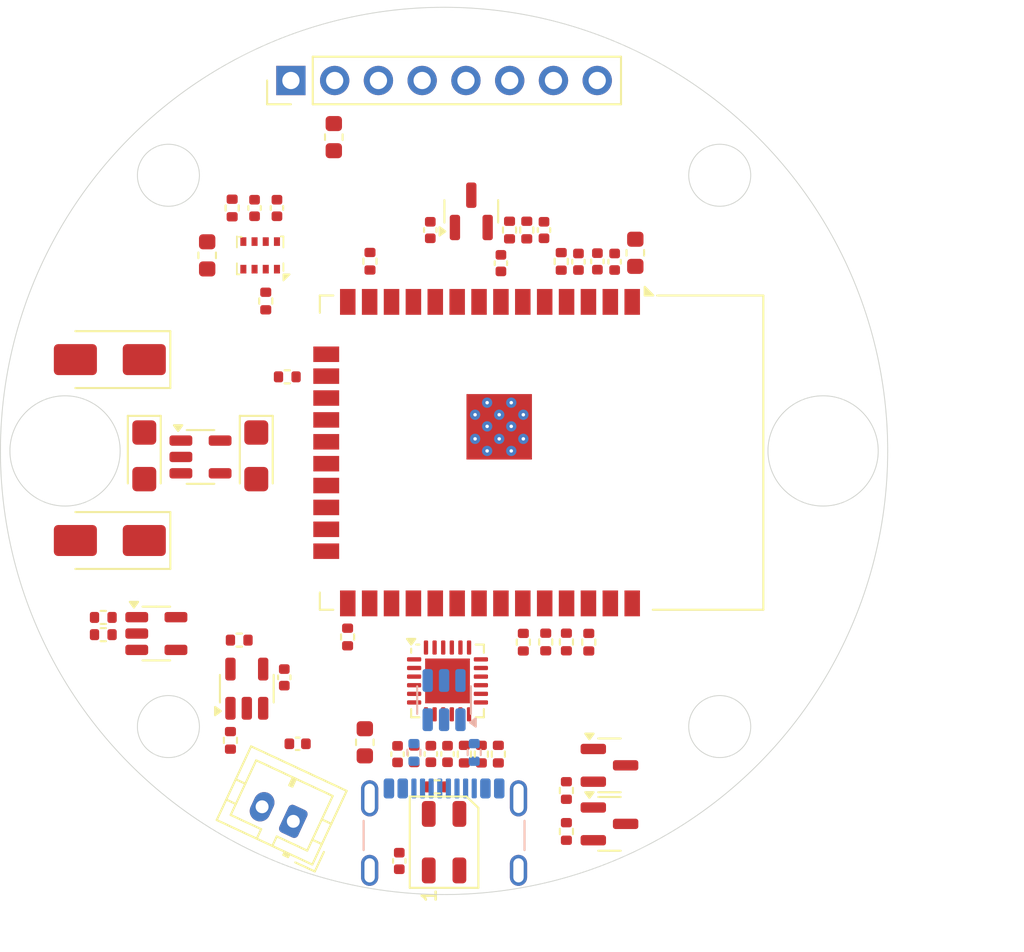
<source format=kicad_pcb>
(kicad_pcb (version 20241229) (generator "pcbnew") (generator_version "9.0")
  (layers (0 "F.Cu" signal) (2 "B.Cu" signal) (13 "F.Paste" user) (15 "B.Paste" user) (5 "F.SilkS" user "F.Silkscreen") (7 "B.SilkS" user "B.Silkscreen") (1 "F.Mask" user) (3 "B.Mask" user) (25 "Edge.Cuts" user))
  (net 0 "")
  (net 1 "/CHIP_PU")
  (net 2 "GND")
  (net 3 "+3V3")
  (net 4 "Net-(U2-VDD)")
  (net 5 "VCC_3V3")
  (net 6 "+5VP")
  (net 7 "/VIO")
  (net 8 "+3.3V")
  (net 9 "Net-(D2-K)")
  (net 10 "BAT+")
  (net 11 "/VB_MEAS")
  (net 12 "Net-(D1-DIN)")
  (net 14 "Net-(J1-Pin_2)")
  (net 15 "Net-(FB4-Pad2)")
  (net 16 "/TFT_CLK")
  (net 17 "/TFT_RST")
  (net 18 "/TFT_MOSI")
  (net 19 "/TFT_DC")
  (net 20 "/TFT_CS")
  (net 21 "Net-(J5-CC2)")
  (net 22 "/USB_N-")
  (net 24 "Net-(J5-CC1)")
  (net 25 "/USB_P+")
  (net 31 "Net-(Q1-B)")
  (net 32 "/RTS")
  (net 33 "/GPIO0")
  (net 34 "Net-(Q2-B)")
  (net 35 "/DTR")
  (net 36 "Net-(U2-SDO)")
  (net 37 "/SCL")
  (net 38 "/SDA")
  (net 39 "Net-(U2-CSB)")
  (net 40 "Net-(U5-~{RESET})")
  (net 41 "Net-(U6-~{RST})")
  (net 42 "Net-(U6-VBUS)")
  (net 43 "Net-(U1-IO14)")
  (net 44 "Net-(U3-PROG)")
  (net 45 "/CHG_STS")
  (net 46 "Net-(U1-IO13)")
  (net 47 "Net-(U4-+)")
  (net 48 "/ESP_RX")
  (net 49 "/CP_TX")
  (net 50 "/CP_RX")
  (net 51 "/ESP_TX")
  (net 52 "/RGB")
  (net 74 "/USB_D+")
  (net 75 "/USB_D-")
  (footprint "Resistor_SMD:R_0402_1005Metric" (layer "F.Cu") (at 101.176667 117.6 -90)
    (property "Reference" "R250")
    (property "Value" "4.7kR")
    (pad "1" smd roundrect (at -0.51 0 270) (size 0.54 0.64) (layers "F.Cu" "F.Mask" "F.Paste") (net 6 "+5VP"))
    (pad "2" smd roundrect (at 0.51 0 270) (size 0.54 0.64) (layers "F.Cu" "F.Mask" "F.Paste") (net 42 "Net-(U6-VBUS)"))
  )
  (footprint "Capacitor_SMD:C_0402_1005Metric" (layer "F.Cu") (at 89 85.9 90)
    (property "Reference" "C3")
    (property "Value" "10uF")
    (pad "1" smd roundrect (at -0.48 0 90) (size 0.56 0.62) (layers "F.Cu" "F.Mask" "F.Paste") (net 4 "Net-(U2-VDD)"))
    (pad "2" smd roundrect (at 0.48 0 90) (size 0.56 0.62) (layers "F.Cu" "F.Mask" "F.Paste") (net 2 "GND"))
  )
  (footprint "Diode_SMD:D_SMA" (layer "F.Cu") (at 80.6 105.2 180)
    (property "Reference" "D3")
    (property "Value" "SS210")
    (pad "1" smd roundrect (at -2 0 180) (size 2.5 1.8) (layers "F.Cu" "F.Mask" "F.Paste") (roundrect_rratio 0.1388888889) (net 9 "Net-(D2-K)"))
    (pad "2" smd roundrect (at 2 0 180) (size 2.5 1.8) (layers "F.Cu" "F.Mask" "F.Paste") (roundrect_rratio 0.1388888889) (net 10 "BAT+"))
  )
  (footprint "Capacitor_SMD:C_0402_1005Metric" (layer "F.Cu") (at 108.9 89 90)
    (property "Reference" "C20")
    (property "Value" "10uF")
    (pad "1" smd roundrect (at -0.48 0 90) (size 0.56 0.62) (layers "F.Cu" "F.Mask" "F.Paste") (net 5 "VCC_3V3"))
    (pad "2" smd roundrect (at 0.48 0 90) (size 0.56 0.62) (layers "F.Cu" "F.Mask" "F.Paste") (net 2 "GND"))
  )
  (footprint "Inductor_SMD:L_0603_1608Metric" (layer "F.Cu") (at 111.1 88.5 90)
    (property "Reference" "FB2")
    (property "Value" "BLM18KG121TN1D")
    (pad "1" smd roundrect (at -0.7875 0 90) (size 0.875 0.95) (layers "F.Cu" "F.Mask" "F.Paste") (net 5 "VCC_3V3"))
    (pad "2" smd roundrect (at 0.7875 0 90) (size 0.875 0.95) (layers "F.Cu" "F.Mask" "F.Paste") (net 8 "+3.3V"))
  )
  (footprint "Resistor_SMD:R_0402_1005Metric" (layer "F.Cu") (at 94.4 110.8 90)
    (property "Reference" "R1")
    (property "Value" "10KR")
    (pad "1" smd roundrect (at -0.51 0 90) (size 0.54 0.64) (layers "F.Cu" "F.Mask" "F.Paste") (net 5 "VCC_3V3"))
    (pad "2" smd roundrect (at 0.51 0 90) (size 0.54 0.64) (layers "F.Cu" "F.Mask" "F.Paste") (net 33 "/GPIO0"))
  )
  (footprint "Resistor_SMD:R_0402_1005Metric" (layer "F.Cu") (at 103.15 117.6 90)
    (property "Reference" "R8")
    (property "Value" "10KR")
    (pad "1" smd roundrect (at -0.51 0 90) (size 0.54 0.64) (layers "F.Cu" "F.Mask" "F.Paste") (net 7 "/VIO"))
    (pad "2" smd roundrect (at 0.51 0 90) (size 0.54 0.64) (layers "F.Cu" "F.Mask" "F.Paste") (net 41 "Net-(U6-~{RST})"))
  )
  (footprint "Resistor_SMD:R_0402_1005Metric" (layer "F.Cu") (at 107.1 111.09 -90)
    (property "Reference" "R17")
    (property "Value" "100R")
    (pad "1" smd roundrect (at -0.51 0 270) (size 0.54 0.64) (layers "F.Cu" "F.Mask" "F.Paste") (net 51 "/ESP_TX"))
    (pad "2" smd roundrect (at 0.51 0 270) (size 0.54 0.64) (layers "F.Cu" "F.Mask" "F.Paste") (net 50 "/CP_RX"))
  )
  (footprint "Resistor_SMD:R_0402_1005Metric" (layer "F.Cu") (at 105.9 111.09 -90)
    (property "Reference" "R15")
    (property "Value" "100R")
    (pad "1" smd roundrect (at -0.51 0 270) (size 0.54 0.64) (layers "F.Cu" "F.Mask" "F.Paste") (net 48 "/ESP_RX"))
    (pad "2" smd roundrect (at 0.51 0 270) (size 0.54 0.64) (layers "F.Cu" "F.Mask" "F.Paste") (net 49 "/CP_TX"))
  )
  (footprint "Inductor_SMD:L_0603_1608Metric" (layer "F.Cu") (at 95.4 116.9125 90)
    (property "Reference" "FB4")
    (property "Value" "BLM18KG121TN1D")
    (pad "1" smd roundrect (at -0.7875 0 90) (size 0.875 0.95) (layers "F.Cu" "F.Mask" "F.Paste") (net 6 "+5VP"))
    (pad "2" smd roundrect (at 0.7875 0 90) (size 0.875 0.95) (layers "F.Cu" "F.Mask" "F.Paste") (net 15 "Net-(FB4-Pad2)"))
  )
  (footprint "Capacitor_SMD:C_0402_1005Metric" (layer "F.Cu") (at 103.3 89.1 90)
    (property "Reference" "C22")
    (property "Value" "100nF")
    (pad "1" smd roundrect (at -0.48 0 90) (size 0.56 0.62) (layers "F.Cu" "F.Mask" "F.Paste") (net 11 "/VB_MEAS"))
    (pad "2" smd roundrect (at 0.48 0 90) (size 0.56 0.62) (layers "F.Cu" "F.Mask" "F.Paste") (net 2 "GND"))
  )
  (footprint "Package_TO_SOT_SMD:SOT-23" (layer "F.Cu") (at 109.6 121.6475)
    (property "Reference" "Q2")
    (property "Value" "BC817")
    (pad "1" smd roundrect (at -0.9375 -0.95) (size 1.475 0.6) (layers "F.Cu" "F.Mask" "F.Paste") (net 34 "Net-(Q2-B)"))
    (pad "2" smd roundrect (at -0.9375 0.95) (size 1.475 0.6) (layers "F.Cu" "F.Mask" "F.Paste") (net 35 "/DTR"))
    (pad "3" smd roundrect (at 0.9375 0) (size 1.475 0.6) (layers "F.Cu" "F.Mask" "F.Paste") (net 33 "/GPIO0"))
  )
  (footprint "Diode_SMD:D_SMA" (layer "F.Cu") (at 80.6 94.7 180)
    (property "Reference" "D2")
    (property "Value" "SS210")
    (pad "1" smd roundrect (at -2 0 180) (size 2.5 1.8) (layers "F.Cu" "F.Mask" "F.Paste") (roundrect_rratio 0.1388888889) (net 9 "Net-(D2-K)"))
    (pad "2" smd roundrect (at 2 0 180) (size 2.5 1.8) (layers "F.Cu" "F.Mask" "F.Paste") (roundrect_rratio 0.1388888889) (net 6 "+5VP"))
  )
  (footprint "Resistor_SMD:R_0402_1005Metric" (layer "F.Cu") (at 104.8 87.18 90)
    (property "Reference" "R6")
    (property "Value" "10KR")
    (pad "1" smd roundrect (at -0.51 0 90) (size 0.54 0.64) (layers "F.Cu" "F.Mask" "F.Paste") (net 1 "/CHIP_PU"))
    (pad "2" smd roundrect (at 0.51 0 90) (size 0.54 0.64) (layers "F.Cu" "F.Mask" "F.Paste") (net 40 "Net-(U5-~{RESET})"))
  )
  (footprint "Resistor_SMD:R_0402_1005Metric" (layer "F.Cu") (at 80.22 109.665 180)
    (property "Reference" "R14")
    (property "Value" "47KR")
    (pad "1" smd roundrect (at -0.51 0 180) (size 0.54 0.64) (layers "F.Cu" "F.Mask" "F.Paste") (net 47 "Net-(U4-+)"))
    (pad "2" smd roundrect (at 0.51 0 180) (size 0.54 0.64) (layers "F.Cu" "F.Mask" "F.Paste") (net 10 "BAT+"))
  )
  (footprint "Inductor_SMD:L_0603_1608Metric" (layer "F.Cu") (at 86.25 88.65 -90)
    (property "Reference" "FB1")
    (property "Value" "BLM18KG121TN1D")
    (pad "1" smd roundrect (at -0.7875 0 270) (size 0.875 0.95) (layers "F.Cu" "F.Mask" "F.Paste") (net 4 "Net-(U2-VDD)"))
    (pad "2" smd roundrect (at 0.7875 0 270) (size 0.875 0.95) (layers "F.Cu" "F.Mask" "F.Paste") (net 8 "+3.3V"))
  )
  (footprint "Package_TO_SOT_SMD:SOT-23" (layer "F.Cu") (at 109.6 118.25)
    (property "Reference" "Q1")
    (property "Value" "BC817")
    (pad "1" smd roundrect (at -0.9375 -0.95) (size 1.475 0.6) (layers "F.Cu" "F.Mask" "F.Paste") (net 31 "Net-(Q1-B)"))
    (pad "2" smd roundrect (at -0.9375 0.95) (size 1.475 0.6) (layers "F.Cu" "F.Mask" "F.Paste") (net 32 "/RTS"))
    (pad "3" smd roundrect (at 0.9375 0) (size 1.475 0.6) (layers "F.Cu" "F.Mask" "F.Paste") (net 1 "/CHIP_PU"))
  )
  (footprint "Package_TO_SOT_SMD:SOT-23-5" (layer "F.Cu") (at 83.3 110.6)
    (property "Reference" "U4")
    (property "Value" "LMV321")
    (pad "1" smd roundrect (at -1.1375 -0.95) (size 1.325 0.6) (layers "F.Cu" "F.Mask" "F.Paste") (net 47 "Net-(U4-+)"))
    (pad "2" smd roundrect (at -1.1375 0) (size 1.325 0.6) (layers "F.Cu" "F.Mask" "F.Paste") (net 2 "GND"))
    (pad "3" smd roundrect (at -1.1375 0.95) (size 1.325 0.6) (layers "F.Cu" "F.Mask" "F.Paste") (net 11 "/VB_MEAS"))
    (pad "4" smd roundrect (at 1.1375 0.95) (size 1.325 0.6) (layers "F.Cu" "F.Mask" "F.Paste") (net 11 "/VB_MEAS"))
    (pad "5" smd roundrect (at 1.1375 -0.95) (size 1.325 0.6) (layers "F.Cu" "F.Mask" "F.Paste") (net 3 "+3V3"))
  )
  (footprint "LED_SMD:LED_WS2812B-Mini_PLCC4_3.5x3.5mm" (layer "F.Cu") (at 100 122.71 90)
    (property "Reference" "D1")
    (property "Value" "WS2812B")
    (fp_text user "1" (at -3.1 -0.85 90) (layer "F.SilkS") (effects (font (size 0.8 0.8))))
    (pad "1" smd roundrect (at -1.64 -0.89 90) (size 1.5 0.8) (layers "F.Cu" "F.Mask" "F.Paste") (net 3 "+3V3"))
    (pad "2" smd roundrect (at -1.64 0.89 90) (size 1.5 0.8) (layers "F.Cu" "F.Mask" "F.Paste"))
    (pad "3" smd roundrect (at 1.64 0.89 90) (size 1.5 0.8) (layers "F.Cu" "F.Mask" "F.Paste") (net 2 "GND"))
    (pad "4" smd roundrect (at 1.64 -0.89 90) (size 1.5 0.8) (layers "F.Cu" "F.Mask" "F.Paste") (net 12 "Net-(D1-DIN)"))
  )
  (footprint "Capacitor_SMD:C_0402_1005Metric" (layer "F.Cu") (at 90.725 113.1425 -90)
    (property "Reference" "C15")
    (property "Value" "10uF")
    (pad "1" smd roundrect (at -0.48 0 270) (size 0.56 0.62) (layers "F.Cu" "F.Mask" "F.Paste") (net 6 "+5VP"))
    (pad "2" smd roundrect (at 0.48 0 270) (size 0.56 0.62) (layers "F.Cu" "F.Mask" "F.Paste") (net 2 "GND"))
  )
  (footprint "Capacitor_Tantalum_SMD:CP_EIA-3216-18_Kemet-A" (layer "F.Cu") (at 82.6 100.285 -90)
    (property "Reference" "C12")
    (property "Value" "47uF")
    (pad "1" smd roundrect (at -1.3525 0 270) (size 1.415 1.39) (layers "F.Cu" "F.Mask" "F.Paste") (roundrect_rratio 0.179856) (net 9 "Net-(D2-K)"))
    (pad "2" smd roundrect (at 1.3525 0 270) (size 1.415 1.39) (layers "F.Cu" "F.Mask" "F.Paste") (roundrect_rratio 0.179856) (net 2 "GND"))
  )
  (footprint "Resistor_SMD:R_0402_1005Metric" (layer "F.Cu") (at 87.6 116.8 -90)
    (property "Reference" "R12")
    (property "Value" "100KR")
    (pad "1" smd roundrect (at -0.51 0 270) (size 0.54 0.64) (layers "F.Cu" "F.Mask" "F.Paste") (net 45 "/CHG_STS"))
    (pad "2" smd roundrect (at 0.51 0 270) (size 0.54 0.64) (layers "F.Cu" "F.Mask" "F.Paste") (net 8 "+3.3V"))
  )
  (footprint "Resistor_SMD:R_0402_1005Metric" (layer "F.Cu") (at 102.163333 117.6 -90)
    (property "Reference" "R9")
    (property "Value" "10KR")
    (pad "1" smd roundrect (at -0.51 0 270) (size 0.54 0.64) (layers "F.Cu" "F.Mask" "F.Paste") (net 42 "Net-(U6-VBUS)"))
    (pad "2" smd roundrect (at 0.51 0 270) (size 0.54 0.64) (layers "F.Cu" "F.Mask" "F.Paste") (net 2 "GND"))
  )
  (footprint "Capacitor_SMD:C_0402_1005Metric" (layer "F.Cu") (at 98.266667 117.6 -90)
    (property "Reference" "C10")
    (property "Value" "100nF")
    (pad "1" smd roundrect (at -0.48 0 270) (size 0.56 0.62) (layers "F.Cu" "F.Mask" "F.Paste") (net 7 "/VIO"))
    (pad "2" smd roundrect (at 0.48 0 270) (size 0.56 0.62) (layers "F.Cu" "F.Mask" "F.Paste") (net 2 "GND"))
  )
  (footprint "Package_TO_SOT_SMD:SOT-23" (layer "F.Cu") (at 101.58 86.095 90)
    (property "Reference" "U5")
    (property "Value" "LM809")
    (pad "1" smd roundrect (at -0.9375 -0.95 90) (size 1.475 0.6) (layers "F.Cu" "F.Mask" "F.Paste") (net 2 "GND"))
    (pad "2" smd roundrect (at -0.9375 0.95 90) (size 1.475 0.6) (layers "F.Cu" "F.Mask" "F.Paste") (net 40 "Net-(U5-~{RESET})"))
    (pad "3" smd roundrect (at 0.9375 0 90) (size 1.475 0.6) (layers "F.Cu" "F.Mask" "F.Paste") (net 5 "VCC_3V3"))
  )
  (footprint "Capacitor_SMD:C_0402_1005Metric" (layer "F.Cu") (at 100.2 117.59 -90)
    (property "Reference" "C8")
    (property "Value" "100nF")
    (pad "1" smd roundrect (at -0.48 0 270) (size 0.56 0.62) (layers "F.Cu" "F.Mask" "F.Paste") (net 6 "+5VP"))
    (pad "2" smd roundrect (at 0.48 0 270) (size 0.56 0.62) (layers "F.Cu" "F.Mask" "F.Paste") (net 2 "GND"))
  )
  (footprint "Capacitor_SMD:C_0402_1005Metric" (layer "F.Cu") (at 97.3 117.6 -90)
    (property "Reference" "C9")
    (property "Value" "10uF")
    (pad "1" smd roundrect (at -0.48 0 270) (size 0.56 0.62) (layers "F.Cu" "F.Mask" "F.Paste") (net 7 "/VIO"))
    (pad "2" smd roundrect (at 0.48 0 270) (size 0.56 0.62) (layers "F.Cu" "F.Mask" "F.Paste") (net 2 "GND"))
  )
  (footprint "Capacitor_Tantalum_SMD:CP_EIA-3216-18_Kemet-A" (layer "F.Cu") (at 89.1 100.285 -90)
    (property "Reference" "C11")
    (property "Value" "47uF")
    (pad "1" smd roundrect (at -1.3525 0 270) (size 1.415 1.39) (layers "F.Cu" "F.Mask" "F.Paste") (roundrect_rratio 0.179856) (net 8 "+3.3V"))
    (pad "2" smd roundrect (at 1.3525 0 270) (size 1.415 1.39) (layers "F.Cu" "F.Mask" "F.Paste") (roundrect_rratio 0.179856) (net 2 "GND"))
  )
  (footprint "RF_Module:ESP32-WROOM-32D" (layer "F.Cu") (at 102.67 100.1 -90)
    (property "Reference" "U1")
    (property "Value" "ESP32-WROOM-32E")
    (pad "1" smd rect (at -8.75 -8.25 270) (size 1.5 0.9) (layers "F.Cu" "F.Mask" "F.Paste") (net 2 "GND"))
    (pad "2" smd rect (at -8.75 -6.98 270) (size 1.5 0.9) (layers "F.Cu" "F.Mask" "F.Paste") (net 5 "VCC_3V3"))
    (pad "3" smd rect (at -8.75 -5.71 270) (size 1.5 0.9) (layers "F.Cu" "F.Mask" "F.Paste") (net 1 "/CHIP_PU"))
    (pad "4" smd rect (at -8.75 -4.44 270) (size 1.5 0.9) (layers "F.Cu" "F.Mask" "F.Paste"))
    (pad "5" smd rect (at -8.75 -3.17 270) (size 1.5 0.9) (layers "F.Cu" "F.Mask" "F.Paste"))
    (pad "6" smd rect (at -8.75 -1.9 270) (size 1.5 0.9) (layers "F.Cu" "F.Mask" "F.Paste") (net 45 "/CHG_STS"))
    (pad "7" smd rect (at -8.75 -0.63 270) (size 1.5 0.9) (layers "F.Cu" "F.Mask" "F.Paste") (net 11 "/VB_MEAS"))
    (pad "8" smd rect (at -8.75 0.64 270) (size 1.5 0.9) (layers "F.Cu" "F.Mask" "F.Paste"))
    (pad "9" smd rect (at -8.75 1.91 270) (size 1.5 0.9) (layers "F.Cu" "F.Mask" "F.Paste"))
    (pad "10" smd rect (at -8.75 3.18 270) (size 1.5 0.9) (layers "F.Cu" "F.Mask" "F.Paste"))
    (pad "11" smd rect (at -8.75 4.45 270) (size 1.5 0.9) (layers "F.Cu" "F.Mask" "F.Paste"))
    (pad "12" smd rect (at -8.75 5.72 270) (size 1.5 0.9) (layers "F.Cu" "F.Mask" "F.Paste"))
    (pad "13" smd rect (at -8.75 6.99 270) (size 1.5 0.9) (layers "F.Cu" "F.Mask" "F.Paste") (net 43 "Net-(U1-IO14)"))
    (pad "14" smd rect (at -8.75 8.26 270) (size 1.5 0.9) (layers "F.Cu" "F.Mask" "F.Paste"))
    (pad "15" smd rect (at -5.71 9.51) (size 1.5 0.9) (layers "F.Cu" "F.Mask" "F.Paste") (net 2 "GND"))
    (pad "16" smd rect (at -4.44 9.51) (size 1.5 0.9) (layers "F.Cu" "F.Mask" "F.Paste") (net 46 "Net-(U1-IO13)"))
    (pad "17" smd rect (at -3.17 9.51) (size 1.5 0.9) (layers "F.Cu" "F.Mask" "F.Paste"))
    (pad "18" smd rect (at -1.9 9.51) (size 1.5 0.9) (layers "F.Cu" "F.Mask" "F.Paste"))
    (pad "19" smd rect (at -0.63 9.51) (size 1.5 0.9) (layers "F.Cu" "F.Mask" "F.Paste"))
    (pad "20" smd rect (at 0.64 9.51) (size 1.5 0.9) (layers "F.Cu" "F.Mask" "F.Paste"))
    (pad "21" smd rect (at 1.91 9.51) (size 1.5 0.9) (layers "F.Cu" "F.Mask" "F.Paste"))
    (pad "22" smd rect (at 3.18 9.51) (size 1.5 0.9) (layers "F.Cu" "F.Mask" "F.Paste"))
    (pad "23" smd rect (at 4.45 9.51) (size 1.5 0.9) (layers "F.Cu" "F.Mask" "F.Paste"))
    (pad "24" smd rect (at 5.72 9.51) (size 1.5 0.9) (layers "F.Cu" "F.Mask" "F.Paste"))
    (pad "25" smd rect (at 8.75 8.26 270) (size 1.5 0.9) (layers "F.Cu" "F.Mask" "F.Paste") (net 33 "/GPIO0"))
    (pad "26" smd rect (at 8.75 6.99 270) (size 1.5 0.9) (layers "F.Cu" "F.Mask" "F.Paste") (net 17 "/TFT_RST"))
    (pad "27" smd rect (at 8.75 5.72 270) (size 1.5 0.9) (layers "F.Cu" "F.Mask" "F.Paste") (net 19 "/TFT_DC"))
    (pad "28" smd rect (at 8.75 4.45 270) (size 1.5 0.9) (layers "F.Cu" "F.Mask" "F.Paste"))
    (pad "29" smd rect (at 8.75 3.18 270) (size 1.5 0.9) (layers "F.Cu" "F.Mask" "F.Paste") (net 20 "/TFT_CS"))
    (pad "30" smd rect (at 8.75 1.91 270) (size 1.5 0.9) (layers "F.Cu" "F.Mask" "F.Paste") (net 16 "/TFT_CLK"))
    (pad "31" smd rect (at 8.75 0.64 270) (size 1.5 0.9) (layers "F.Cu" "F.Mask" "F.Paste") (net 52 "/RGB"))
    (pad "32" smd rect (at 8.75 -0.63 270) (size 1.5 0.9) (layers "F.Cu" "F.Mask" "F.Paste"))
    (pad "33" smd rect (at 8.75 -1.9 270) (size 1.5 0.9) (layers "F.Cu" "F.Mask" "F.Paste") (net 38 "/SDA"))
    (pad "34" smd rect (at 8.75 -3.17 270) (size 1.5 0.9) (layers "F.Cu" "F.Mask" "F.Paste") (net 48 "/ESP_RX"))
    (pad "35" smd rect (at 8.75 -4.44 270) (size 1.5 0.9) (layers "F.Cu" "F.Mask" "F.Paste") (net 51 "/ESP_TX"))
    (pad "36" smd rect (at 8.75 -5.71 270) (size 1.5 0.9) (layers "F.Cu" "F.Mask" "F.Paste") (net 37 "/SCL"))
    (pad "37" smd rect (at 8.75 -6.98 270) (size 1.5 0.9) (layers "F.Cu" "F.Mask" "F.Paste") (net 18 "/TFT_MOSI"))
    (pad "38" smd rect (at 8.75 -8.25 270) (size 1.5 0.9) (layers "F.Cu" "F.Mask" "F.Paste") (net 2 "GND"))
    (pad "39" smd rect (at -2.9 -1.93 270) (size 0.9 0.9) (layers "F.Cu" "F.Paste") (net 2 "GND"))
    (pad "39" thru_hole circle (at -2.9 -1.23 270) (size 0.6 0.6) (drill 0.2) (property pad_prop_heatsink) (layers "*.Cu" "F.Mask") (net 2 "GND"))
    (pad "39" smd rect (at -2.9 -0.53 270) (size 0.9 0.9) (layers "F.Cu" "F.Paste") (net 2 "GND"))
    (pad "39" thru_hole circle (at -2.9 0.17 270) (size 0.6 0.6) (drill 0.2) (property pad_prop_heatsink) (layers "*.Cu" "F.Mask") (net 2 "GND"))
    (pad "39" smd rect (at -2.9 0.87 270) (size 0.9 0.9) (layers "F.Cu" "F.Paste") (net 2 "GND"))
    (pad "39" thru_hole circle (at -2.2 -1.93 270) (size 0.6 0.6) (drill 0.2) (property pad_prop_heatsink) (layers "*.Cu" "F.Mask") (net 2 "GND"))
    (pad "39" thru_hole circle (at -2.2 -0.53 270) (size 0.6 0.6) (drill 0.2) (property pad_prop_heatsink) (layers "*.Cu" "F.Mask") (net 2 "GND"))
    (pad "39" thru_hole circle (at -2.2 0.87 270) (size 0.6 0.6) (drill 0.2) (property pad_prop_heatsink) (layers "*.Cu" "F.Mask") (net 2 "GND"))
    (pad "39" thru_hole circle (at -1.525 -1.23 270) (size 0.6 0.6) (drill 0.2) (property pad_prop_heatsink) (layers "*.Cu" "F.Mask") (net 2 "GND"))
    (pad "39" thru_hole circle (at -1.525 0.17 270) (size 0.6 0.6) (drill 0.2) (property pad_prop_heatsink) (layers "*.Cu" "F.Mask") (net 2 "GND"))
    (pad "39" smd rect (at -1.5 -1.93 270) (size 0.9 0.9) (layers "F.Cu" "F.Paste") (net 2 "GND"))
    (pad "39" smd rect (at -1.5 -0.53 270) (size 0.9 0.9) (layers "F.Cu" "F.Paste") (net 2 "GND"))
    (pad "39" smd rect (at -1.5 -0.53 270) (size 3.8 3.8) (property pad_prop_heatsink) (layers "F.Cu" "F.Mask") (net 2 "GND"))
    (pad "39" smd rect (at -1.5 0.87 270) (size 0.9 0.9) (layers "F.Cu" "F.Paste") (net 2 "GND"))
    (pad "39" thru_hole circle (at -0.8 -1.93 270) (size 0.6 0.6) (drill 0.2) (property pad_prop_heatsink) (layers "*.Cu" "F.Mask") (net 2 "GND"))
    (pad "39" thru_hole circle (at -0.8 -0.53 270) (size 0.6 0.6) (drill 0.2) (property pad_prop_heatsink) (layers "*.Cu" "F.Mask") (net 2 "GND"))
    (pad "39" thru_hole circle (at -0.8 0.87 270) (size 0.6 0.6) (drill 0.2) (property pad_prop_heatsink) (layers "*.Cu" "F.Mask") (net 2 "GND"))
    (pad "39" smd rect (at -0.1 -1.93 270) (size 0.9 0.9) (layers "F.Cu" "F.Paste") (net 2 "GND"))
    (pad "39" thru_hole circle (at -0.1 -1.23 270) (size 0.6 0.6) (drill 0.2) (property pad_prop_heatsink) (layers "*.Cu" "F.Mask") (net 2 "GND"))
    (pad "39" smd rect (at -0.1 -0.53 270) (size 0.9 0.9) (layers "F.Cu" "F.Paste") (net 2 "GND"))
    (pad "39" thru_hole circle (at -0.1 0.17 270) (size 0.6 0.6) (drill 0.2) (property pad_prop_heatsink) (layers "*.Cu" "F.Mask") (net 2 "GND"))
    (pad "39" smd rect (at -0.1 0.87 270) (size 0.9 0.9) (layers "F.Cu" "F.Paste") (net 2 "GND"))
  )
  (footprint "Package_TO_SOT_SMD:SOT-23-5" (layer "F.Cu") (at 85.8625 100.35)
    (property "Reference" "U7")
    (property "Value" "AP2112K-3.3")
    (pad "1" smd roundrect (at -1.1375 -0.95) (size 1.325 0.6) (layers "F.Cu" "F.Mask" "F.Paste") (net 9 "Net-(D2-K)"))
    (pad "2" smd roundrect (at -1.1375 0) (size 1.325 0.6) (layers "F.Cu" "F.Mask" "F.Paste") (net 2 "GND"))
    (pad "3" smd roundrect (at -1.1375 0.95) (size 1.325 0.6) (layers "F.Cu" "F.Mask" "F.Paste") (net 9 "Net-(D2-K)"))
    (pad "4" smd roundrect (at 1.1375 0.95) (size 1.325 0.6) (layers "F.Cu" "F.Mask" "F.Paste"))
    (pad "5" smd roundrect (at 1.1375 -0.95) (size 1.325 0.6) (layers "F.Cu" "F.Mask" "F.Paste") (net 8 "+3.3V"))
  )
  (footprint "Resistor_SMD:R_0402_1005Metric" (layer "F.Cu") (at 108.4 111.1 90)
    (property "Reference" "R3")
    (property "Value" "10KR")
    (pad "1" smd roundrect (at -0.51 0 90) (size 0.54 0.64) (layers "F.Cu" "F.Mask" "F.Paste") (net 4 "Net-(U2-VDD)"))
    (pad "2" smd roundrect (at 0.51 0 90) (size 0.54 0.64) (layers "F.Cu" "F.Mask" "F.Paste") (net 37 "/SCL"))
  )
  (footprint "Capacitor_SMD:C_0402_1005Metric" (layer "F.Cu") (at 90.3 85.9 90)
    (property "Reference" "C4")
    (property "Value" "100nF")
    (pad "1" smd roundrect (at -0.48 0 90) (size 0.56 0.62) (layers "F.Cu" "F.Mask" "F.Paste") (net 4 "Net-(U2-VDD)"))
    (pad "2" smd roundrect (at 0.48 0 90) (size 0.56 0.62) (layers "F.Cu" "F.Mask" "F.Paste") (net 2 "GND"))
  )
  (footprint "Resistor_SMD:R_0402_1005Metric" (layer "F.Cu") (at 104.6 111.1 90)
    (property "Reference" "R4")
    (property "Value" "10KR")
    (pad "1" smd roundrect (at -0.51 0 90) (size 0.54 0.64) (layers "F.Cu" "F.Mask" "F.Paste") (net 4 "Net-(U2-VDD)"))
    (pad "2" smd roundrect (at 0.51 0 90) (size 0.54 0.64) (layers "F.Cu" "F.Mask" "F.Paste") (net 38 "/SDA"))
  )
  (footprint "Resistor_SMD:R_0402_1005Metric" (layer "F.Cu") (at 90.9 95.7 180)
    (property "Reference" "R13")
    (property "Value" "10KR")
    (pad "1" smd roundrect (at -0.51 0 180) (size 0.54 0.64) (layers "F.Cu" "F.Mask" "F.Paste") (net 46 "Net-(U1-IO13)"))
    (pad "2" smd roundrect (at 0.51 0 180) (size 0.54 0.64) (layers "F.Cu" "F.Mask" "F.Paste") (net 2 "GND"))
  )
  (footprint "Connector_JST:JST_PH_B2B-PH-K_1x02_P2.00mm_Vertical" (layer "F.Cu") (at 91.25 121.5 155)
    (property "Reference" "J3")
    (property "Value" "S2B-PH-SM4-TB(LF)(SN)")
    (pad "1" thru_hole roundrect (at 0 0 155) (size 1.2 1.75) (drill 0.75) (layers "*.Cu" "*.Mask") (roundrect_rratio 0.208333) (net 2 "GND"))
    (pad "2" thru_hole oval (at 2 -0.000001 155) (size 1.2 1.75) (drill 0.75) (layers "*.Cu" "*.Mask") (net 10 "BAT+"))
  )
  (footprint "Inductor_SMD:L_0603_1608Metric" (layer "F.Cu") (at 93.6 81.7875 -90)
    (property "Reference" "FB3")
    (property "Value" "BLM18KG121TN1D")
    (pad "1" smd roundrect (at -0.7875 0 270) (size 0.875 0.95) (layers "F.Cu" "F.Mask" "F.Paste") (net 14 "Net-(J1-Pin_2)"))
    (pad "2" smd roundrect (at 0.7875 0 270) (size 0.875 0.95) (layers "F.Cu" "F.Mask" "F.Paste") (net 8 "+3.3V"))
  )
  (footprint "Capacitor_SMD:C_0402_1005Metric" (layer "F.Cu") (at 99.2 87.18 -90)
    (property "Reference" "C6")
    (property "Value" "100nF")
    (pad "1" smd roundrect (at -0.48 0 270) (size 0.56 0.62) (layers "F.Cu" "F.Mask" "F.Paste") (net 5 "VCC_3V3"))
    (pad "2" smd roundrect (at 0.48 0 270) (size 0.56 0.62) (layers "F.Cu" "F.Mask" "F.Paste") (net 2 "GND"))
  )
  (footprint "Resistor_SMD:R_0402_1005Metric" (layer "F.Cu") (at 89.65 91.3 90)
    (property "Reference" "R5")
    (property "Value" "10KR")
    (pad "1" smd roundrect (at -0.51 0 90) (size 0.54 0.64) (layers "F.Cu" "F.Mask" "F.Paste") (net 4 "Net-(U2-VDD)"))
    (pad "2" smd roundrect (at 0.51 0 90) (size 0.54 0.64) (layers "F.Cu" "F.Mask" "F.Paste") (net 39 "Net-(U2-CSB)"))
  )
  (footprint "Capacitor_SMD:C_0402_1005Metric" (layer "F.Cu") (at 97.4 123.8 90)
    (property "Reference" "C2")
    (property "Value" "100nF")
    (pad "1" smd roundrect (at -0.48 0 90) (size 0.56 0.62) (layers "F.Cu" "F.Mask" "F.Paste") (net 3 "+3V3"))
    (pad "2" smd roundrect (at 0.48 0 90) (size 0.56 0.62) (layers "F.Cu" "F.Mask" "F.Paste") (net 2 "GND"))
  )
  (footprint "Resistor_SMD:R_0402_1005Metric" (layer "F.Cu") (at 107.1 119.71 -90)
    (property "Reference" "R28")
    (property "Value" "10KR")
    (pad "1" smd roundrect (at -0.51 0 270) (size 0.54 0.64) (layers "F.Cu" "F.Mask" "F.Paste") (net 32 "/RTS"))
    (pad "2" smd roundrect (at 0.51 0 270) (size 0.54 0.64) (layers "F.Cu" "F.Mask" "F.Paste") (net 34 "Net-(Q2-B)"))
  )
  (footprint "Resistor_SMD:R_0402_1005Metric" (layer "F.Cu") (at 95.7 88.99 90)
    (property "Reference" "R10")
    (property "Value" "10KR")
    (pad "1" smd roundrect (at -0.51 0 90) (size 0.54 0.64) (layers "F.Cu" "F.Mask" "F.Paste") (net 43 "Net-(U1-IO14)"))
    (pad "2" smd roundrect (at 0.51 0 90) (size 0.54 0.64) (layers "F.Cu" "F.Mask" "F.Paste") (net 2 "GND"))
  )
  (footprint "Connector_PinHeader_2.54mm:PinHeader_1x08_P2.54mm_Vertical" (layer "F.Cu") (at 91.11 78.5 90)
    (property "Reference" "J1")
    (property "Value" "Conn_01x08")
    (pad "1" thru_hole rect (at 0 0 90) (size 1.7 1.7) (drill 1) (layers "*.Cu" "*.Mask") (net 2 "GND"))
    (pad "2" thru_hole circle (at 0 2.54 90) (size 1.7 1.7) (drill 1) (layers "*.Cu" "*.Mask") (net 14 "Net-(J1-Pin_2)"))
    (pad "3" thru_hole circle (at 0 5.08 90) (size 1.7 1.7) (drill 1) (layers "*.Cu" "*.Mask") (net 16 "/TFT_CLK"))
    (pad "4" thru_hole circle (at 0 7.62 90) (size 1.7 1.7) (drill 1) (layers "*.Cu" "*.Mask") (net 18 "/TFT_MOSI"))
    (pad "5" thru_hole circle (at 0 10.16 90) (size 1.7 1.7) (drill 1) (layers "*.Cu" "*.Mask") (net 17 "/TFT_RST"))
    (pad "6" thru_hole circle (at 0 12.7 90) (size 1.7 1.7) (drill 1) (layers "*.Cu" "*.Mask") (net 19 "/TFT_DC"))
    (pad "7" thru_hole circle (at 0 15.24 90) (size 1.7 1.7) (drill 1) (layers "*.Cu" "*.Mask") (net 20 "/TFT_CS"))
    (pad "8" thru_hole circle (at 0 17.78 90) (size 1.7 1.7) (drill 1) (layers "*.Cu" "*.Mask") (net 14 "Net-(J1-Pin_2)"))
  )
  (footprint "Resistor_SMD:R_0402_1005Metric" (layer "F.Cu") (at 103.8 87.18 -90)
    (property "Reference" "R7")
    (property "Value" "10KR")
    (pad "1" smd roundrect (at -0.51 0 270) (size 0.54 0.64) (layers "F.Cu" "F.Mask" "F.Paste") (net 40 "Net-(U5-~{RESET})"))
    (pad "2" smd roundrect (at 0.51 0 270) (size 0.54 0.64) (layers "F.Cu" "F.Mask" "F.Paste") (net 2 "GND"))
  )
  (footprint "Resistor_SMD:R_0402_1005Metric" (layer "F.Cu") (at 88.11 110.9825 180)
    (property "Reference" "R11")
    (property "Value" "2.2KR")
    (pad "1" smd roundrect (at -0.51 0 180) (size 0.54 0.64) (layers "F.Cu" "F.Mask" "F.Paste") (net 2 "GND"))
    (pad "2" smd roundrect (at 0.51 0 180) (size 0.54 0.64) (layers "F.Cu" "F.Mask" "F.Paste") (net 44 "Net-(U3-PROG)"))
  )
  (footprint "Package_DFN_QFN:QFN-24-1EP_4x4mm_P0.5mm_EP2.6x2.6mm" (layer "F.Cu") (at 100.2 113.35)
    (property "Reference" "U6")
    (property "Value" "CP2102N-Axx-xQFN24")
    (pad "1" smd roundrect (at -1.9375 -1.25) (size 0.825 0.25) (layers "F.Cu" "F.Mask" "F.Paste"))
    (pad "2" smd roundrect (at -1.9375 -0.75) (size 0.825 0.25) (layers "F.Cu" "F.Mask" "F.Paste") (net 2 "GND"))
    (pad "3" smd roundrect (at -1.9375 -0.25) (size 0.825 0.25) (layers "F.Cu" "F.Mask" "F.Paste") (net 74 "/USB_D+"))
    (pad "4" smd roundrect (at -1.9375 0.25) (size 0.825 0.25) (layers "F.Cu" "F.Mask" "F.Paste") (net 75 "/USB_D-"))
    (pad "5" smd roundrect (at -1.9375 0.75) (size 0.825 0.25) (layers "F.Cu" "F.Mask" "F.Paste") (net 7 "/VIO"))
    (pad "6" smd roundrect (at -1.9375 1.25) (size 0.825 0.25) (layers "F.Cu" "F.Mask" "F.Paste") (net 7 "/VIO"))
    (pad "7" smd roundrect (at -1.25 1.9375) (size 0.25 0.825) (layers "F.Cu" "F.Mask" "F.Paste") (net 6 "+5VP"))
    (pad "8" smd roundrect (at -0.75 1.9375) (size 0.25 0.825) (layers "F.Cu" "F.Mask" "F.Paste") (net 42 "Net-(U6-VBUS)"))
    (pad "9" smd roundrect (at -0.25 1.9375) (size 0.25 0.825) (layers "F.Cu" "F.Mask" "F.Paste") (net 41 "Net-(U6-~{RST})"))
    (pad "10" smd roundrect (at 0.25 1.9375) (size 0.25 0.825) (layers "F.Cu" "F.Mask" "F.Paste"))
    (pad "11" smd roundrect (at 0.75 1.9375) (size 0.25 0.825) (layers "F.Cu" "F.Mask" "F.Paste"))
    (pad "12" smd roundrect (at 1.25 1.9375) (size 0.25 0.825) (layers "F.Cu" "F.Mask" "F.Paste"))
    (pad "13" smd roundrect (at 1.9375 1.25) (size 0.825 0.25) (layers "F.Cu" "F.Mask" "F.Paste"))
    (pad "14" smd roundrect (at 1.9375 0.75) (size 0.825 0.25) (layers "F.Cu" "F.Mask" "F.Paste"))
    (pad "15" smd roundrect (at 1.9375 0.25) (size 0.825 0.25) (layers "F.Cu" "F.Mask" "F.Paste"))
    (pad "16" smd roundrect (at 1.9375 -0.25) (size 0.825 0.25) (layers "F.Cu" "F.Mask" "F.Paste"))
    (pad "17" smd roundrect (at 1.9375 -0.75) (size 0.825 0.25) (layers "F.Cu" "F.Mask" "F.Paste"))
    (pad "18" smd roundrect (at 1.9375 -1.25) (size 0.825 0.25) (layers "F.Cu" "F.Mask" "F.Paste"))
    (pad "19" smd roundrect (at 1.25 -1.9375) (size 0.25 0.825) (layers "F.Cu" "F.Mask" "F.Paste") (net 32 "/RTS"))
    (pad "20" smd roundrect (at 0.75 -1.9375) (size 0.25 0.825) (layers "F.Cu" "F.Mask" "F.Paste") (net 50 "/CP_RX"))
    (pad "21" smd roundrect (at 0.25 -1.9375) (size 0.25 0.825) (layers "F.Cu" "F.Mask" "F.Paste") (net 49 "/CP_TX"))
    (pad "22" smd roundrect (at -0.25 -1.9375) (size 0.25 0.825) (layers "F.Cu" "F.Mask" "F.Paste"))
    (pad "23" smd roundrect (at -0.75 -1.9375) (size 0.25 0.825) (layers "F.Cu" "F.Mask" "F.Paste") (net 35 "/DTR"))
    (pad "24" smd roundrect (at -1.25 -1.9375) (size 0.25 0.825) (layers "F.Cu" "F.Mask" "F.Paste"))
    (pad "25" smd rect (at 0 0) (size 2.6 2.6) (property pad_prop_heatsink) (layers "F.Cu" "F.Mask") (net 2 "GND"))
  )
  (footprint "Resistor_SMD:R_0402_1005Metric" (layer "F.Cu") (at 99.6 119.5)
    (property "Reference" "R26")
    (property "Value" "100R")
    (pad "1" smd roundrect (at -0.51 0) (size 0.54 0.64) (layers "F.Cu" "F.Mask" "F.Paste") (net 12 "Net-(D1-DIN)"))
    (pad "2" smd roundrect (at 0.51 0) (size 0.54 0.64) (layers "F.Cu" "F.Mask" "F.Paste") (net 52 "/RGB"))
  )
  (footprint "Resistor_SMD:R_0402_1005Metric" (layer "F.Cu") (at 87.7 85.9 90)
    (property "Reference" "R2")
    (property "Value" "10KR")
    (pad "1" smd roundrect (at -0.51 0 90) (size 0.54 0.64) (layers "F.Cu" "F.Mask" "F.Paste") (net 36 "Net-(U2-SDO)"))
    (pad "2" smd roundrect (at 0.51 0 90) (size 0.54 0.64) (layers "F.Cu" "F.Mask" "F.Paste") (net 2 "GND"))
  )
  (footprint "Resistor_SMD:R_0402_1005Metric" (layer "F.Cu") (at 107.1 122.0875 90)
    (property "Reference" "R27")
    (property "Value" "10KR")
    (pad "1" smd roundrect (at -0.51 0 90) (size 0.54 0.64) (layers "F.Cu" "F.Mask" "F.Paste") (net 35 "/DTR"))
    (pad "2" smd roundrect (at 0.51 0 90) (size 0.54 0.64) (layers "F.Cu" "F.Mask" "F.Paste") (net 31 "Net-(Q1-B)"))
  )
  (footprint "Package_TO_SOT_SMD:SOT-23-5" (layer "F.Cu") (at 88.55 113.8 90)
    (property "Reference" "U3")
    (property "Value" "TP4054")
    (pad "1" smd roundrect (at -1.1375 -0.95 90) (size 1.325 0.6) (layers "F.Cu" "F.Mask" "F.Paste") (net 45 "/CHG_STS"))
    (pad "2" smd roundrect (at -1.1375 0 90) (size 1.325 0.6) (layers "F.Cu" "F.Mask" "F.Paste") (net 2 "GND"))
    (pad "3" smd roundrect (at -1.1375 0.95 90) (size 1.325 0.6) (layers "F.Cu" "F.Mask" "F.Paste") (net 10 "BAT+"))
    (pad "4" smd roundrect (at 1.1375 0.95 90) (size 1.325 0.6) (layers "F.Cu" "F.Mask" "F.Paste") (net 6 "+5VP"))
    (pad "5" smd roundrect (at 1.1375 -0.95 90) (size 1.325 0.6) (layers "F.Cu" "F.Mask" "F.Paste") (net 44 "Net-(U3-PROG)"))
  )
  (footprint "Capacitor_SMD:C_0402_1005Metric" (layer "F.Cu") (at 109.9 89.02 90)
    (property "Reference" "C21")
    (property "Value" "100nF")
    (pad "1" smd roundrect (at -0.48 0 90) (size 0.56 0.62) (layers "F.Cu" "F.Mask" "F.Paste") (net 5 "VCC_3V3"))
    (pad "2" smd roundrect (at 0.48 0 90) (size 0.56 0.62) (layers "F.Cu" "F.Mask" "F.Paste") (net 2 "GND"))
  )
  (footprint "Capacitor_SMD:C_0402_1005Metric" (layer "F.Cu") (at 107.8 89.02 90)
    (property "Reference" "C1")
    (property "Value" "100nF")
    (pad "1" smd roundrect (at -0.48 0 90) (size 0.56 0.62) (layers "F.Cu" "F.Mask" "F.Paste") (net 1 "/CHIP_PU"))
    (pad "2" smd roundrect (at 0.48 0 90) (size 0.56 0.62) (layers "F.Cu" "F.Mask" "F.Paste") (net 2 "GND"))
  )
  (footprint "Resistor_SMD:R_0402_1005Metric" (layer "F.Cu") (at 106.8 89 -90)
    (property "Reference" "R25")
    (property "Value" "10KR")
    (pad "1" smd roundrect (at -0.51 0 270) (size 0.54 0.64) (layers "F.Cu" "F.Mask" "F.Paste") (net 5 "VCC_3V3"))
    (pad "2" smd roundrect (at 0.51 0 270) (size 0.54 0.64) (layers "F.Cu" "F.Mask" "F.Paste") (net 1 "/CHIP_PU"))
  )
  (footprint "Capacitor_SMD:C_0402_1005Metric" (layer "F.Cu") (at 105.8 87.18 90)
    (property "Reference" "C5")
    (property "Value" "100nF")
    (pad "1" smd roundrect (at -0.48 0 90) (size 0.56 0.62) (layers "F.Cu" "F.Mask" "F.Paste") (net 1 "/CHIP_PU"))
    (pad "2" smd roundrect (at 0.48 0 90) (size 0.56 0.62) (layers "F.Cu" "F.Mask" "F.Paste") (net 2 "GND"))
  )
  (footprint "Package_LGA:Bosch_LGA-8_2x2.5mm_P0.65mm_ClockwisePinNumbering" (layer "F.Cu") (at 89.325 88.65 180)
    (property "Reference" "U2")
    (property "Value" "BMP280")
    (pad "1" smd rect (at -0.975 -0.8 270) (size 0.5 0.35) (layers "F.Cu" "F.Mask" "F.Paste") (net 2 "GND"))
    (pad "2" smd rect (at -0.325 -0.8 270) (size 0.5 0.35) (layers "F.Cu" "F.Mask" "F.Paste") (net 39 "Net-(U2-CSB)"))
    (pad "3" smd rect (at 0.325 -0.8 270) (size 0.5 0.35) (layers "F.Cu" "F.Mask" "F.Paste") (net 38 "/SDA"))
    (pad "4" smd rect (at 0.975 -0.8 270) (size 0.5 0.35) (layers "F.Cu" "F.Mask" "F.Paste") (net 37 "/SCL"))
    (pad "5" smd rect (at 0.975 0.8 270) (size 0.5 0.35) (layers "F.Cu" "F.Mask" "F.Paste") (net 36 "Net-(U2-SDO)"))
    (pad "6" smd rect (at 0.325 0.8 270) (size 0.5 0.35) (layers "F.Cu" "F.Mask" "F.Paste") (net 4 "Net-(U2-VDD)"))
    (pad "7" smd rect (at -0.325 0.8 270) (size 0.5 0.35) (layers "F.Cu" "F.Mask" "F.Paste") (net 2 "GND"))
    (pad "8" smd rect (at -0.975 0.8 270) (size 0.5 0.35) (layers "F.Cu" "F.Mask" "F.Paste") (net 4 "Net-(U2-VDD)"))
  )
  (footprint "Capacitor_SMD:C_0402_1005Metric" (layer "F.Cu") (at 91.5 117)
    (property "Reference" "C14")
    (property "Value" "10uF")
    (pad "1" smd roundrect (at -0.48 0) (size 0.56 0.62) (layers "F.Cu" "F.Mask" "F.Paste") (net 10 "BAT+"))
    (pad "2" smd roundrect (at 0.48 0) (size 0.56 0.62) (layers "F.Cu" "F.Mask" "F.Paste") (net 2 "GND"))
  )
  (footprint "Capacitor_SMD:C_0402_1005Metric" (layer "F.Cu") (at 99.233333 117.59 -90)
    (property "Reference" "C7")
    (property "Value" "10uF")
    (pad "1" smd roundrect (at -0.48 0 270) (size 0.56 0.62) (layers "F.Cu" "F.Mask" "F.Paste") (net 6 "+5VP"))
    (pad "2" smd roundrect (at 0.48 0 270) (size 0.56 0.62) (layers "F.Cu" "F.Mask" "F.Paste") (net 2 "GND"))
  )
  (footprint "Resistor_SMD:R_0402_1005Metric" (layer "F.Cu") (at 80.22 110.665)
    (property "Reference" "R16")
    (property "Value" "10KR")
    (pad "1" smd roundrect (at -0.51 0) (size 0.54 0.64) (layers "F.Cu" "F.Mask" "F.Paste") (net 2 "GND"))
    (pad "2" smd roundrect (at 0.51 0) (size 0.54 0.64) (layers "F.Cu" "F.Mask" "F.Paste") (net 47 "Net-(U4-+)"))
  )
  (footprint "Package_TO_SOT_SMD:SOT-23-6" (layer "B.Cu") (at 100 114.4625 90)
    (property "Reference" "U10")
    (property "Value" "USBLC6-2SC6")
    (pad "1" smd roundrect (at -1.1375 0.95 90) (size 1.325 0.6) (layers "B.Cu" "B.Mask" "B.Paste") (net 22 "/USB_N-"))
    (pad "2" smd roundrect (at -1.1375 0 90) (size 1.325 0.6) (layers "B.Cu" "B.Mask" "B.Paste") (net 2 "GND"))
    (pad "3" smd roundrect (at -1.1375 -0.95 90) (size 1.325 0.6) (layers "B.Cu" "B.Mask" "B.Paste") (net 25 "/USB_P+"))
    (pad "4" smd roundrect (at 1.1375 -0.95 90) (size 1.325 0.6) (layers "B.Cu" "B.Mask" "B.Paste") (net 74 "/USB_D+"))
    (pad "5" smd roundrect (at 1.1375 0 90) (size 1.325 0.6) (layers "B.Cu" "B.Mask" "B.Paste") (net 6 "+5VP"))
    (pad "6" smd roundrect (at 1.1375 0.95 90) (size 1.325 0.6) (layers "B.Cu" "B.Mask" "B.Paste") (net 75 "/USB_D-"))
  )
  (footprint "Resistor_SMD:R_0402_1005Metric" (layer "B.Cu") (at 101.75 117.5 -90)
    (property "Reference" "R58")
    (property "Value" "5.1KR")
    (pad "1" smd roundrect (at -0.51 0 270) (size 0.54 0.64) (layers "B.Cu" "B.Mask" "B.Paste") (net 2 "GND"))
    (pad "2" smd roundrect (at 0.51 0 270) (size 0.54 0.64) (layers "B.Cu" "B.Mask" "B.Paste") (net 24 "Net-(J5-CC1)"))
  )
  (footprint "Connector_USB:USB_C_Receptacle_GCT_USB4105-xx-A_16P_TopMnt_Horizontal" (layer "B.Cu") (at 100 123.27 180)
    (property "Reference" "J5")
    (property "Value" "USB_C_Receptacle_USB2.0_16P")
    (pad "" np_thru_hole circle (at -2.89 2.605 180) (size 0.65 0.65) (drill 0.65) (layers "*.Cu" "*.Mask"))
    (pad "" np_thru_hole circle (at 2.89 2.605 180) (size 0.65 0.65) (drill 0.65) (layers "*.Cu" "*.Mask"))
    (pad "A1" smd roundrect (at -3.2 3.68 180) (size 0.6 1.15) (layers "B.Cu" "B.Mask" "B.Paste") (net 2 "GND"))
    (pad "A4" smd roundrect (at -2.4 3.68 180) (size 0.6 1.15) (layers "B.Cu" "B.Mask" "B.Paste") (net 15 "Net-(FB4-Pad2)"))
    (pad "A5" smd roundrect (at -1.25 3.68 180) (size 0.3 1.15) (layers "B.Cu" "B.Mask" "B.Paste") (net 24 "Net-(J5-CC1)"))
    (pad "A6" smd roundrect (at -0.25 3.68 180) (size 0.3 1.15) (layers "B.Cu" "B.Mask" "B.Paste") (net 25 "/USB_P+"))
    (pad "A7" smd roundrect (at 0.25 3.68 180) (size 0.3 1.15) (layers "B.Cu" "B.Mask" "B.Paste") (net 22 "/USB_N-"))
    (pad "A8" smd roundrect (at 1.25 3.68 180) (size 0.3 1.15) (layers "B.Cu" "B.Mask" "B.Paste"))
    (pad "A9" smd roundrect (at 2.4 3.68 180) (size 0.6 1.15) (layers "B.Cu" "B.Mask" "B.Paste") (net 15 "Net-(FB4-Pad2)"))
    (pad "A12" smd roundrect (at 3.2 3.68 180) (size 0.6 1.15) (layers "B.Cu" "B.Mask" "B.Paste") (net 2 "GND"))
    (pad "B1" smd roundrect (at 3.2 3.68 180) (size 0.6 1.15) (layers "B.Cu" "B.Mask" "B.Paste") (net 2 "GND"))
    (pad "B4" smd roundrect (at 2.4 3.68 180) (size 0.6 1.15) (layers "B.Cu" "B.Mask" "B.Paste") (net 15 "Net-(FB4-Pad2)"))
    (pad "B5" smd roundrect (at 1.75 3.68 180) (size 0.3 1.15) (layers "B.Cu" "B.Mask" "B.Paste") (net 21 "Net-(J5-CC2)"))
    (pad "B6" smd roundrect (at 0.75 3.68 180) (size 0.3 1.15) (layers "B.Cu" "B.Mask" "B.Paste") (net 25 "/USB_P+"))
    (pad "B7" smd roundrect (at -0.75 3.68 180) (size 0.3 1.15) (layers "B.Cu" "B.Mask" "B.Paste") (net 22 "/USB_N-"))
    (pad "B8" smd roundrect (at -1.75 3.68 180) (size 0.3 1.15) (layers "B.Cu" "B.Mask" "B.Paste"))
    (pad "B9" smd roundrect (at -2.4 3.68 180) (size 0.6 1.15) (layers "B.Cu" "B.Mask" "B.Paste") (net 15 "Net-(FB4-Pad2)"))
    (pad "B12" smd roundrect (at -3.2 3.68 180) (size 0.6 1.15) (layers "B.Cu" "B.Mask" "B.Paste") (net 2 "GND"))
    (pad "S1" thru_hole oval (at -4.32 -1.075 180) (size 1 1.8) (drill oval 0.6 1.4) (property pad_prop_heatsink) (layers "*.Cu" "*.Mask" "B.Paste"))
    (pad "S1" thru_hole oval (at -4.32 3.105 180) (size 1 2.1) (drill oval 0.6 1.7) (property pad_prop_heatsink) (layers "*.Cu" "*.Mask" "B.Paste"))
    (pad "S1" thru_hole oval (at 4.32 -1.075 180) (size 1 1.8) (drill oval 0.6 1.4) (property pad_prop_heatsink) (layers "*.Cu" "*.Mask" "B.Paste"))
    (pad "S1" thru_hole oval (at 4.32 3.105 180) (size 1 2.1) (drill oval 0.6 1.7) (property pad_prop_heatsink) (layers "*.Cu" "*.Mask" "B.Paste"))
  )
  (footprint "Resistor_SMD:R_0402_1005Metric" (layer "B.Cu") (at 98.25 117.5 -90)
    (property "Reference" "R57")
    (property "Value" "5.1KR")
    (pad "1" smd roundrect (at -0.51 0 270) (size 0.54 0.64) (layers "B.Cu" "B.Mask" "B.Paste") (net 2 "GND"))
    (pad "2" smd roundrect (at 0.51 0 270) (size 0.54 0.64) (layers "B.Cu" "B.Mask" "B.Paste") (net 21 "Net-(J5-CC2)"))
  )
  (gr_circle (center 78 100) (end 81.2 100) (stroke (width 0.05)) (fill no) (layer "Edge.Cuts"))
  (gr_circle (center 84 116) (end 85.8 116) (stroke (width 0.05)) (fill no) (layer "Edge.Cuts"))
  (gr_circle (center 116 116) (end 117.8 116) (stroke (width 0.05)) (fill no) (layer "Edge.Cuts"))
  (gr_circle (center 122 100) (end 125.2 100) (stroke (width 0.05)) (fill no) (layer "Edge.Cuts"))
  (gr_circle (center 100 100) (end 125.75 100) (stroke (width 0.05)) (fill no) (layer "Edge.Cuts"))
  (gr_circle (center 116 84) (end 117.8 84) (stroke (width 0.05)) (fill no) (layer "Edge.Cuts"))
  (gr_circle (center 84 84) (end 85.8 84) (stroke (width 0.05)) (fill no) (layer "Edge.Cuts"))
)
</source>
